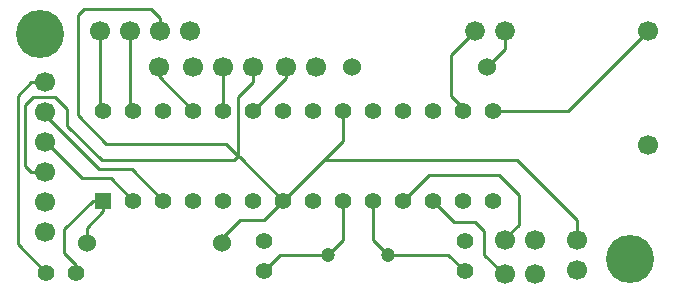
<source format=gtl>
G04 #@! TF.FileFunction,Copper,L1,Top,Signal*
%FSLAX46Y46*%
G04 Gerber Fmt 4.6, Leading zero omitted, Abs format (unit mm)*
G04 Created by KiCad (PCBNEW 0.201507042246+5884~23~ubuntu15.04.1-product) date Mon 06 Jul 2015 21:28:29 BST*
%MOMM*%
G01*
G04 APERTURE LIST*
%ADD10C,0.150000*%
%ADD11C,1.700000*%
%ADD12C,1.524000*%
%ADD13C,1.397000*%
%ADD14C,1.200000*%
%ADD15R,1.397000X1.397000*%
%ADD16C,1.676400*%
%ADD17C,4.064000*%
%ADD18C,0.889000*%
%ADD19C,0.254000*%
G04 APERTURE END LIST*
D10*
D11*
X200406000Y-142367000D03*
X200406000Y-132715000D03*
X149352000Y-144653000D03*
X149352000Y-142113000D03*
X149352000Y-147193000D03*
X149352000Y-149733000D03*
X149352000Y-139573000D03*
X149352000Y-137033000D03*
D12*
X152908000Y-150622000D03*
X164338000Y-150622000D03*
X175387000Y-135763000D03*
X186817000Y-135763000D03*
D13*
X167894000Y-153035000D03*
X167894000Y-150495000D03*
X184912000Y-153035000D03*
X184912000Y-150495000D03*
X152019000Y-153162000D03*
X149479000Y-153162000D03*
D11*
X164465000Y-135763000D03*
X167005000Y-135763000D03*
X161925000Y-135763000D03*
X172339000Y-135763000D03*
X169799000Y-135763000D03*
D14*
X178435000Y-151638000D03*
X173355000Y-151638000D03*
D11*
X194437000Y-150368000D03*
X194437000Y-152908000D03*
D13*
X156845000Y-147066000D03*
X159385000Y-147066000D03*
X161925000Y-147066000D03*
X164465000Y-147066000D03*
X167005000Y-147066000D03*
X169545000Y-147066000D03*
X172085000Y-147066000D03*
X174625000Y-147066000D03*
X177165000Y-147066000D03*
X179705000Y-147066000D03*
X182245000Y-147066000D03*
X184785000Y-147066000D03*
X187325000Y-147066000D03*
D15*
X154305000Y-147066000D03*
D13*
X187325000Y-139446000D03*
X184785000Y-139446000D03*
X182245000Y-139446000D03*
X179705000Y-139446000D03*
X177165000Y-139446000D03*
X174625000Y-139446000D03*
X172085000Y-139446000D03*
X169545000Y-139446000D03*
X167005000Y-139446000D03*
X164465000Y-139446000D03*
X161925000Y-139446000D03*
X159385000Y-139446000D03*
X156845000Y-139446000D03*
X154305000Y-139446000D03*
D11*
X190881000Y-153289000D03*
X188341000Y-153289000D03*
X190881000Y-150368000D03*
X188341000Y-150368000D03*
X159004000Y-135763000D03*
X159131000Y-132715000D03*
X156591000Y-132715000D03*
X161671000Y-132715000D03*
X154051000Y-132715000D03*
D16*
X185801000Y-132715000D03*
X188341000Y-132715000D03*
D17*
X148971000Y-132969000D03*
X198882000Y-152019000D03*
D18*
X159385000Y-147066000D03*
D19*
X184785000Y-139446000D02*
X184785000Y-139192000D01*
X183769000Y-134747000D02*
X185801000Y-132715000D01*
X183769000Y-138176000D02*
X183769000Y-134747000D01*
X184785000Y-139192000D02*
X183769000Y-138176000D01*
X164465000Y-135763000D02*
X164465000Y-139446000D01*
X178435000Y-151638000D02*
X183515000Y-151638000D01*
X183515000Y-151638000D02*
X184912000Y-153035000D01*
X177165000Y-147066000D02*
X177165000Y-150368000D01*
X177165000Y-150368000D02*
X178435000Y-151638000D01*
X156591000Y-132715000D02*
X156591000Y-139192000D01*
X156591000Y-139192000D02*
X156845000Y-139446000D01*
X154051000Y-132715000D02*
X154051000Y-139192000D01*
X154051000Y-139192000D02*
X154305000Y-139446000D01*
X173355000Y-151638000D02*
X169291000Y-151638000D01*
X169291000Y-151638000D02*
X167894000Y-153035000D01*
X174625000Y-147066000D02*
X174625000Y-150368000D01*
X174625000Y-150368000D02*
X173355000Y-151638000D01*
X188341000Y-132715000D02*
X188341000Y-134239000D01*
X188341000Y-134239000D02*
X186817000Y-135763000D01*
X149352000Y-139573000D02*
X149352000Y-139827000D01*
X156718000Y-144399000D02*
X159385000Y-147066000D01*
X153924000Y-144399000D02*
X156718000Y-144399000D01*
X149352000Y-139827000D02*
X153924000Y-144399000D01*
X149352000Y-137033000D02*
X148209000Y-137033000D01*
X148209000Y-137033000D02*
X147066000Y-138176000D01*
X147066000Y-138176000D02*
X147066000Y-150749000D01*
X147066000Y-150749000D02*
X149479000Y-153162000D01*
X149352000Y-142113000D02*
X149479000Y-142113000D01*
X154940000Y-145161000D02*
X156845000Y-147066000D01*
X152527000Y-145161000D02*
X154940000Y-145161000D01*
X149479000Y-142113000D02*
X152527000Y-145161000D01*
X152019000Y-153162000D02*
X152019000Y-152527000D01*
X152019000Y-152527000D02*
X151003000Y-151511000D01*
X151003000Y-151511000D02*
X151003000Y-149479000D01*
X151003000Y-149479000D02*
X153416000Y-147066000D01*
X153416000Y-147066000D02*
X154305000Y-147066000D01*
X152908000Y-150622000D02*
X152908000Y-149352000D01*
X154305000Y-147955000D02*
X154305000Y-147066000D01*
X152908000Y-149352000D02*
X154305000Y-147955000D01*
X187325000Y-139446000D02*
X193675000Y-139446000D01*
X193675000Y-139446000D02*
X200406000Y-132715000D01*
X188341000Y-150368000D02*
X188341000Y-150241000D01*
X181864000Y-144907000D02*
X179705000Y-147066000D01*
X187833000Y-144907000D02*
X181864000Y-144907000D01*
X189484000Y-146558000D02*
X187833000Y-144907000D01*
X189484000Y-149098000D02*
X189484000Y-146558000D01*
X188341000Y-150241000D02*
X189484000Y-149098000D01*
X169799000Y-135763000D02*
X169799000Y-136652000D01*
X169799000Y-136652000D02*
X167005000Y-139446000D01*
X159004000Y-135763000D02*
X159004000Y-136525000D01*
X159004000Y-136525000D02*
X161925000Y-139446000D01*
X188341000Y-153289000D02*
X188214000Y-153289000D01*
X184023000Y-148844000D02*
X182245000Y-147066000D01*
X185801000Y-148844000D02*
X184023000Y-148844000D01*
X186563000Y-149606000D02*
X185801000Y-148844000D01*
X186563000Y-151638000D02*
X186563000Y-149606000D01*
X188214000Y-153289000D02*
X186563000Y-151638000D01*
X159131000Y-132715000D02*
X159131000Y-131572000D01*
X164719000Y-142240000D02*
X165735000Y-143256000D01*
X154559000Y-142240000D02*
X164719000Y-142240000D01*
X152146000Y-139827000D02*
X154559000Y-142240000D01*
X152146000Y-131318000D02*
X152146000Y-139827000D01*
X152654000Y-130810000D02*
X152146000Y-131318000D01*
X158369000Y-130810000D02*
X152654000Y-130810000D01*
X159131000Y-131572000D02*
X158369000Y-130810000D01*
X149352000Y-144653000D02*
X148209000Y-144653000D01*
X165354000Y-143637000D02*
X165735000Y-143256000D01*
X154178000Y-143637000D02*
X165354000Y-143637000D01*
X151257000Y-140716000D02*
X154178000Y-143637000D01*
X151257000Y-139319000D02*
X151257000Y-140716000D01*
X150241000Y-138303000D02*
X151257000Y-139319000D01*
X148336000Y-138303000D02*
X150241000Y-138303000D01*
X147701000Y-138938000D02*
X148336000Y-138303000D01*
X147701000Y-144145000D02*
X147701000Y-138938000D01*
X148209000Y-144653000D02*
X147701000Y-144145000D01*
X194437000Y-150368000D02*
X194437000Y-148717000D01*
X189357000Y-143637000D02*
X172974000Y-143637000D01*
X194437000Y-148717000D02*
X189357000Y-143637000D01*
X174625000Y-139446000D02*
X174625000Y-141986000D01*
X174625000Y-141986000D02*
X172974000Y-143637000D01*
X172974000Y-143637000D02*
X172847000Y-143764000D01*
X169545000Y-147066000D02*
X172847000Y-143764000D01*
X167005000Y-135763000D02*
X167005000Y-137033000D01*
X165735000Y-143256000D02*
X165862000Y-143383000D01*
X165862000Y-143383000D02*
X169545000Y-147066000D01*
X165735000Y-138303000D02*
X165735000Y-143256000D01*
X167005000Y-137033000D02*
X166497000Y-137541000D01*
X166497000Y-137541000D02*
X165735000Y-138303000D01*
X164338000Y-150622000D02*
X164338000Y-150241000D01*
X167894000Y-148717000D02*
X169545000Y-147066000D01*
X165862000Y-148717000D02*
X167894000Y-148717000D01*
X164338000Y-150241000D02*
X165862000Y-148717000D01*
M02*

</source>
